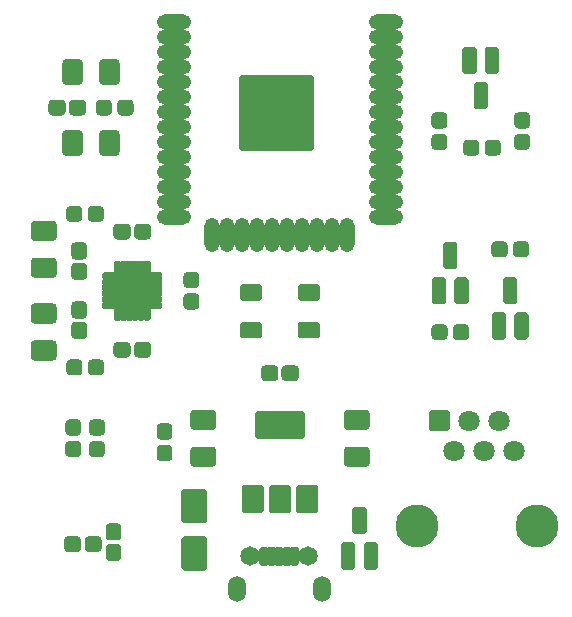
<source format=gbr>
%TF.GenerationSoftware,KiCad,Pcbnew,5.1.10-88a1d61d58~88~ubuntu20.10.1*%
%TF.CreationDate,2021-04-30T01:43:34+02:00*%
%TF.ProjectId,AidonBoard32,4169646f-6e42-46f6-9172-6433322e6b69,1*%
%TF.SameCoordinates,Original*%
%TF.FileFunction,Soldermask,Top*%
%TF.FilePolarity,Negative*%
%FSLAX46Y46*%
G04 Gerber Fmt 4.6, Leading zero omitted, Abs format (unit mm)*
G04 Created by KiCad (PCBNEW 5.1.10-88a1d61d58~88~ubuntu20.10.1) date 2021-04-30 01:43:34*
%MOMM*%
%LPD*%
G01*
G04 APERTURE LIST*
%ADD10C,3.650000*%
%ADD11C,1.798000*%
%ADD12O,2.900000X1.300000*%
%ADD13O,1.300000X2.900000*%
%ADD14O,1.500000X2.200000*%
%ADD15C,1.650000*%
G04 APERTURE END LIST*
%TO.C,R12*%
G36*
G01*
X116162500Y-50225000D02*
X116837500Y-50225000D01*
G75*
G02*
X117175000Y-50562500I0J-337500D01*
G01*
X117175000Y-51262500D01*
G75*
G02*
X116837500Y-51600000I-337500J0D01*
G01*
X116162500Y-51600000D01*
G75*
G02*
X115825000Y-51262500I0J337500D01*
G01*
X115825000Y-50562500D01*
G75*
G02*
X116162500Y-50225000I337500J0D01*
G01*
G37*
G36*
G01*
X116162500Y-48400000D02*
X116837500Y-48400000D01*
G75*
G02*
X117175000Y-48737500I0J-337500D01*
G01*
X117175000Y-49437500D01*
G75*
G02*
X116837500Y-49775000I-337500J0D01*
G01*
X116162500Y-49775000D01*
G75*
G02*
X115825000Y-49437500I0J337500D01*
G01*
X115825000Y-48737500D01*
G75*
G02*
X116162500Y-48400000I337500J0D01*
G01*
G37*
%TD*%
%TO.C,D6*%
G36*
G01*
X99600000Y-64150000D02*
X99600000Y-63150000D01*
G75*
G02*
X99800000Y-62950000I200000J0D01*
G01*
X101300000Y-62950000D01*
G75*
G02*
X101500000Y-63150000I0J-200000D01*
G01*
X101500000Y-64150000D01*
G75*
G02*
X101300000Y-64350000I-200000J0D01*
G01*
X99800000Y-64350000D01*
G75*
G02*
X99600000Y-64150000I0J200000D01*
G01*
G37*
G36*
G01*
X99600000Y-67350000D02*
X99600000Y-66350000D01*
G75*
G02*
X99800000Y-66150000I200000J0D01*
G01*
X101300000Y-66150000D01*
G75*
G02*
X101500000Y-66350000I0J-200000D01*
G01*
X101500000Y-67350000D01*
G75*
G02*
X101300000Y-67550000I-200000J0D01*
G01*
X99800000Y-67550000D01*
G75*
G02*
X99600000Y-67350000I0J200000D01*
G01*
G37*
G36*
G01*
X104500000Y-64150000D02*
X104500000Y-63150000D01*
G75*
G02*
X104700000Y-62950000I200000J0D01*
G01*
X106200000Y-62950000D01*
G75*
G02*
X106400000Y-63150000I0J-200000D01*
G01*
X106400000Y-64150000D01*
G75*
G02*
X106200000Y-64350000I-200000J0D01*
G01*
X104700000Y-64350000D01*
G75*
G02*
X104500000Y-64150000I0J200000D01*
G01*
G37*
G36*
G01*
X104500000Y-67350000D02*
X104500000Y-66350000D01*
G75*
G02*
X104700000Y-66150000I200000J0D01*
G01*
X106200000Y-66150000D01*
G75*
G02*
X106400000Y-66350000I0J-200000D01*
G01*
X106400000Y-67350000D01*
G75*
G02*
X106200000Y-67550000I-200000J0D01*
G01*
X104700000Y-67550000D01*
G75*
G02*
X104500000Y-67350000I0J200000D01*
G01*
G37*
%TD*%
%TO.C,D5*%
G36*
G01*
X88567100Y-84944800D02*
X89242100Y-84944800D01*
G75*
G02*
X89579600Y-85282300I0J-337500D01*
G01*
X89579600Y-86057300D01*
G75*
G02*
X89242100Y-86394800I-337500J0D01*
G01*
X88567100Y-86394800D01*
G75*
G02*
X88229600Y-86057300I0J337500D01*
G01*
X88229600Y-85282300D01*
G75*
G02*
X88567100Y-84944800I337500J0D01*
G01*
G37*
G36*
G01*
X88567100Y-83194800D02*
X89242100Y-83194800D01*
G75*
G02*
X89579600Y-83532300I0J-337500D01*
G01*
X89579600Y-84307300D01*
G75*
G02*
X89242100Y-84644800I-337500J0D01*
G01*
X88567100Y-84644800D01*
G75*
G02*
X88229600Y-84307300I0J337500D01*
G01*
X88229600Y-83532300D01*
G75*
G02*
X88567100Y-83194800I337500J0D01*
G01*
G37*
%TD*%
%TO.C,Q3*%
G36*
G01*
X117820000Y-61670000D02*
X117020000Y-61670000D01*
G75*
G02*
X116820000Y-61470000I0J200000D01*
G01*
X116820000Y-59570000D01*
G75*
G02*
X117020000Y-59370000I200000J0D01*
G01*
X117820000Y-59370000D01*
G75*
G02*
X118020000Y-59570000I0J-200000D01*
G01*
X118020000Y-61470000D01*
G75*
G02*
X117820000Y-61670000I-200000J0D01*
G01*
G37*
G36*
G01*
X118770000Y-64670000D02*
X117970000Y-64670000D01*
G75*
G02*
X117770000Y-64470000I0J200000D01*
G01*
X117770000Y-62570000D01*
G75*
G02*
X117970000Y-62370000I200000J0D01*
G01*
X118770000Y-62370000D01*
G75*
G02*
X118970000Y-62570000I0J-200000D01*
G01*
X118970000Y-64470000D01*
G75*
G02*
X118770000Y-64670000I-200000J0D01*
G01*
G37*
G36*
G01*
X116870000Y-64670000D02*
X116070000Y-64670000D01*
G75*
G02*
X115870000Y-64470000I0J200000D01*
G01*
X115870000Y-62570000D01*
G75*
G02*
X116070000Y-62370000I200000J0D01*
G01*
X116870000Y-62370000D01*
G75*
G02*
X117070000Y-62570000I0J-200000D01*
G01*
X117070000Y-64470000D01*
G75*
G02*
X116870000Y-64670000I-200000J0D01*
G01*
G37*
%TD*%
%TO.C,R11*%
G36*
G01*
X123162500Y-50225000D02*
X123837500Y-50225000D01*
G75*
G02*
X124175000Y-50562500I0J-337500D01*
G01*
X124175000Y-51262500D01*
G75*
G02*
X123837500Y-51600000I-337500J0D01*
G01*
X123162500Y-51600000D01*
G75*
G02*
X122825000Y-51262500I0J337500D01*
G01*
X122825000Y-50562500D01*
G75*
G02*
X123162500Y-50225000I337500J0D01*
G01*
G37*
G36*
G01*
X123162500Y-48400000D02*
X123837500Y-48400000D01*
G75*
G02*
X124175000Y-48737500I0J-337500D01*
G01*
X124175000Y-49437500D01*
G75*
G02*
X123837500Y-49775000I-337500J0D01*
G01*
X123162500Y-49775000D01*
G75*
G02*
X122825000Y-49437500I0J337500D01*
G01*
X122825000Y-48737500D01*
G75*
G02*
X123162500Y-48400000I337500J0D01*
G01*
G37*
%TD*%
%TO.C,R10*%
G36*
G01*
X120325000Y-51737500D02*
X120325000Y-51062500D01*
G75*
G02*
X120662500Y-50725000I337500J0D01*
G01*
X121362500Y-50725000D01*
G75*
G02*
X121700000Y-51062500I0J-337500D01*
G01*
X121700000Y-51737500D01*
G75*
G02*
X121362500Y-52075000I-337500J0D01*
G01*
X120662500Y-52075000D01*
G75*
G02*
X120325000Y-51737500I0J337500D01*
G01*
G37*
G36*
G01*
X118500000Y-51737500D02*
X118500000Y-51062500D01*
G75*
G02*
X118837500Y-50725000I337500J0D01*
G01*
X119537500Y-50725000D01*
G75*
G02*
X119875000Y-51062500I0J-337500D01*
G01*
X119875000Y-51737500D01*
G75*
G02*
X119537500Y-52075000I-337500J0D01*
G01*
X118837500Y-52075000D01*
G75*
G02*
X118500000Y-51737500I0J337500D01*
G01*
G37*
%TD*%
%TO.C,R9*%
G36*
G01*
X87162500Y-76225000D02*
X87837500Y-76225000D01*
G75*
G02*
X88175000Y-76562500I0J-337500D01*
G01*
X88175000Y-77262500D01*
G75*
G02*
X87837500Y-77600000I-337500J0D01*
G01*
X87162500Y-77600000D01*
G75*
G02*
X86825000Y-77262500I0J337500D01*
G01*
X86825000Y-76562500D01*
G75*
G02*
X87162500Y-76225000I337500J0D01*
G01*
G37*
G36*
G01*
X87162500Y-74400000D02*
X87837500Y-74400000D01*
G75*
G02*
X88175000Y-74737500I0J-337500D01*
G01*
X88175000Y-75437500D01*
G75*
G02*
X87837500Y-75775000I-337500J0D01*
G01*
X87162500Y-75775000D01*
G75*
G02*
X86825000Y-75437500I0J337500D01*
G01*
X86825000Y-74737500D01*
G75*
G02*
X87162500Y-74400000I337500J0D01*
G01*
G37*
%TD*%
%TO.C,R8*%
G36*
G01*
X85162500Y-76225000D02*
X85837500Y-76225000D01*
G75*
G02*
X86175000Y-76562500I0J-337500D01*
G01*
X86175000Y-77262500D01*
G75*
G02*
X85837500Y-77600000I-337500J0D01*
G01*
X85162500Y-77600000D01*
G75*
G02*
X84825000Y-77262500I0J337500D01*
G01*
X84825000Y-76562500D01*
G75*
G02*
X85162500Y-76225000I337500J0D01*
G01*
G37*
G36*
G01*
X85162500Y-74400000D02*
X85837500Y-74400000D01*
G75*
G02*
X86175000Y-74737500I0J-337500D01*
G01*
X86175000Y-75437500D01*
G75*
G02*
X85837500Y-75775000I-337500J0D01*
G01*
X85162500Y-75775000D01*
G75*
G02*
X84825000Y-75437500I0J337500D01*
G01*
X84825000Y-74737500D01*
G75*
G02*
X85162500Y-74400000I337500J0D01*
G01*
G37*
%TD*%
%TO.C,R7*%
G36*
G01*
X86275000Y-69662500D02*
X86275000Y-70337500D01*
G75*
G02*
X85937500Y-70675000I-337500J0D01*
G01*
X85237500Y-70675000D01*
G75*
G02*
X84900000Y-70337500I0J337500D01*
G01*
X84900000Y-69662500D01*
G75*
G02*
X85237500Y-69325000I337500J0D01*
G01*
X85937500Y-69325000D01*
G75*
G02*
X86275000Y-69662500I0J-337500D01*
G01*
G37*
G36*
G01*
X88100000Y-69662500D02*
X88100000Y-70337500D01*
G75*
G02*
X87762500Y-70675000I-337500J0D01*
G01*
X87062500Y-70675000D01*
G75*
G02*
X86725000Y-70337500I0J337500D01*
G01*
X86725000Y-69662500D01*
G75*
G02*
X87062500Y-69325000I337500J0D01*
G01*
X87762500Y-69325000D01*
G75*
G02*
X88100000Y-69662500I0J-337500D01*
G01*
G37*
%TD*%
%TO.C,R6*%
G36*
G01*
X86275000Y-56662500D02*
X86275000Y-57337500D01*
G75*
G02*
X85937500Y-57675000I-337500J0D01*
G01*
X85237500Y-57675000D01*
G75*
G02*
X84900000Y-57337500I0J337500D01*
G01*
X84900000Y-56662500D01*
G75*
G02*
X85237500Y-56325000I337500J0D01*
G01*
X85937500Y-56325000D01*
G75*
G02*
X86275000Y-56662500I0J-337500D01*
G01*
G37*
G36*
G01*
X88100000Y-56662500D02*
X88100000Y-57337500D01*
G75*
G02*
X87762500Y-57675000I-337500J0D01*
G01*
X87062500Y-57675000D01*
G75*
G02*
X86725000Y-57337500I0J337500D01*
G01*
X86725000Y-56662500D01*
G75*
G02*
X87062500Y-56325000I337500J0D01*
G01*
X87762500Y-56325000D01*
G75*
G02*
X88100000Y-56662500I0J-337500D01*
G01*
G37*
%TD*%
%TO.C,R5*%
G36*
G01*
X117645000Y-67357500D02*
X117645000Y-66682500D01*
G75*
G02*
X117982500Y-66345000I337500J0D01*
G01*
X118682500Y-66345000D01*
G75*
G02*
X119020000Y-66682500I0J-337500D01*
G01*
X119020000Y-67357500D01*
G75*
G02*
X118682500Y-67695000I-337500J0D01*
G01*
X117982500Y-67695000D01*
G75*
G02*
X117645000Y-67357500I0J337500D01*
G01*
G37*
G36*
G01*
X115820000Y-67357500D02*
X115820000Y-66682500D01*
G75*
G02*
X116157500Y-66345000I337500J0D01*
G01*
X116857500Y-66345000D01*
G75*
G02*
X117195000Y-66682500I0J-337500D01*
G01*
X117195000Y-67357500D01*
G75*
G02*
X116857500Y-67695000I-337500J0D01*
G01*
X116157500Y-67695000D01*
G75*
G02*
X115820000Y-67357500I0J337500D01*
G01*
G37*
%TD*%
%TO.C,R4*%
G36*
G01*
X122725000Y-60337500D02*
X122725000Y-59662500D01*
G75*
G02*
X123062500Y-59325000I337500J0D01*
G01*
X123762500Y-59325000D01*
G75*
G02*
X124100000Y-59662500I0J-337500D01*
G01*
X124100000Y-60337500D01*
G75*
G02*
X123762500Y-60675000I-337500J0D01*
G01*
X123062500Y-60675000D01*
G75*
G02*
X122725000Y-60337500I0J337500D01*
G01*
G37*
G36*
G01*
X120900000Y-60337500D02*
X120900000Y-59662500D01*
G75*
G02*
X121237500Y-59325000I337500J0D01*
G01*
X121937500Y-59325000D01*
G75*
G02*
X122275000Y-59662500I0J-337500D01*
G01*
X122275000Y-60337500D01*
G75*
G02*
X121937500Y-60675000I-337500J0D01*
G01*
X121237500Y-60675000D01*
G75*
G02*
X120900000Y-60337500I0J337500D01*
G01*
G37*
%TD*%
%TO.C,R3*%
G36*
G01*
X89225000Y-48337500D02*
X89225000Y-47662500D01*
G75*
G02*
X89562500Y-47325000I337500J0D01*
G01*
X90262500Y-47325000D01*
G75*
G02*
X90600000Y-47662500I0J-337500D01*
G01*
X90600000Y-48337500D01*
G75*
G02*
X90262500Y-48675000I-337500J0D01*
G01*
X89562500Y-48675000D01*
G75*
G02*
X89225000Y-48337500I0J337500D01*
G01*
G37*
G36*
G01*
X87400000Y-48337500D02*
X87400000Y-47662500D01*
G75*
G02*
X87737500Y-47325000I337500J0D01*
G01*
X88437500Y-47325000D01*
G75*
G02*
X88775000Y-47662500I0J-337500D01*
G01*
X88775000Y-48337500D01*
G75*
G02*
X88437500Y-48675000I-337500J0D01*
G01*
X87737500Y-48675000D01*
G75*
G02*
X87400000Y-48337500I0J337500D01*
G01*
G37*
%TD*%
%TO.C,R2*%
G36*
G01*
X95837500Y-63275000D02*
X95162500Y-63275000D01*
G75*
G02*
X94825000Y-62937500I0J337500D01*
G01*
X94825000Y-62237500D01*
G75*
G02*
X95162500Y-61900000I337500J0D01*
G01*
X95837500Y-61900000D01*
G75*
G02*
X96175000Y-62237500I0J-337500D01*
G01*
X96175000Y-62937500D01*
G75*
G02*
X95837500Y-63275000I-337500J0D01*
G01*
G37*
G36*
G01*
X95837500Y-65100000D02*
X95162500Y-65100000D01*
G75*
G02*
X94825000Y-64762500I0J337500D01*
G01*
X94825000Y-64062500D01*
G75*
G02*
X95162500Y-63725000I337500J0D01*
G01*
X95837500Y-63725000D01*
G75*
G02*
X96175000Y-64062500I0J-337500D01*
G01*
X96175000Y-64762500D01*
G75*
G02*
X95837500Y-65100000I-337500J0D01*
G01*
G37*
%TD*%
%TO.C,R1*%
G36*
G01*
X93561500Y-76113000D02*
X92886500Y-76113000D01*
G75*
G02*
X92549000Y-75775500I0J337500D01*
G01*
X92549000Y-75075500D01*
G75*
G02*
X92886500Y-74738000I337500J0D01*
G01*
X93561500Y-74738000D01*
G75*
G02*
X93899000Y-75075500I0J-337500D01*
G01*
X93899000Y-75775500D01*
G75*
G02*
X93561500Y-76113000I-337500J0D01*
G01*
G37*
G36*
G01*
X93561500Y-77938000D02*
X92886500Y-77938000D01*
G75*
G02*
X92549000Y-77600500I0J337500D01*
G01*
X92549000Y-76900500D01*
G75*
G02*
X92886500Y-76563000I337500J0D01*
G01*
X93561500Y-76563000D01*
G75*
G02*
X93899000Y-76900500I0J-337500D01*
G01*
X93899000Y-77600500D01*
G75*
G02*
X93561500Y-77938000I-337500J0D01*
G01*
G37*
%TD*%
%TO.C,Q4*%
G36*
G01*
X119600000Y-45850000D02*
X120400000Y-45850000D01*
G75*
G02*
X120600000Y-46050000I0J-200000D01*
G01*
X120600000Y-47950000D01*
G75*
G02*
X120400000Y-48150000I-200000J0D01*
G01*
X119600000Y-48150000D01*
G75*
G02*
X119400000Y-47950000I0J200000D01*
G01*
X119400000Y-46050000D01*
G75*
G02*
X119600000Y-45850000I200000J0D01*
G01*
G37*
G36*
G01*
X118650000Y-42850000D02*
X119450000Y-42850000D01*
G75*
G02*
X119650000Y-43050000I0J-200000D01*
G01*
X119650000Y-44950000D01*
G75*
G02*
X119450000Y-45150000I-200000J0D01*
G01*
X118650000Y-45150000D01*
G75*
G02*
X118450000Y-44950000I0J200000D01*
G01*
X118450000Y-43050000D01*
G75*
G02*
X118650000Y-42850000I200000J0D01*
G01*
G37*
G36*
G01*
X120550000Y-42850000D02*
X121350000Y-42850000D01*
G75*
G02*
X121550000Y-43050000I0J-200000D01*
G01*
X121550000Y-44950000D01*
G75*
G02*
X121350000Y-45150000I-200000J0D01*
G01*
X120550000Y-45150000D01*
G75*
G02*
X120350000Y-44950000I0J200000D01*
G01*
X120350000Y-43050000D01*
G75*
G02*
X120550000Y-42850000I200000J0D01*
G01*
G37*
%TD*%
D10*
%TO.C,J1*%
X124750000Y-83390000D03*
X114590000Y-83390000D03*
D11*
X122850000Y-77040000D03*
X121580000Y-74500000D03*
X120310000Y-77040000D03*
X119040000Y-74500000D03*
X117770000Y-77040000D03*
G36*
G01*
X115601000Y-75199000D02*
X115601000Y-73801000D01*
G75*
G02*
X115801000Y-73601000I200000J0D01*
G01*
X117199000Y-73601000D01*
G75*
G02*
X117399000Y-73801000I0J-200000D01*
G01*
X117399000Y-75199000D01*
G75*
G02*
X117199000Y-75399000I-200000J0D01*
G01*
X115801000Y-75399000D01*
G75*
G02*
X115601000Y-75199000I0J200000D01*
G01*
G37*
%TD*%
%TO.C,D4*%
G36*
G01*
X86462000Y-85300200D02*
X86462000Y-84625200D01*
G75*
G02*
X86799500Y-84287700I337500J0D01*
G01*
X87574500Y-84287700D01*
G75*
G02*
X87912000Y-84625200I0J-337500D01*
G01*
X87912000Y-85300200D01*
G75*
G02*
X87574500Y-85637700I-337500J0D01*
G01*
X86799500Y-85637700D01*
G75*
G02*
X86462000Y-85300200I0J337500D01*
G01*
G37*
G36*
G01*
X84712000Y-85300200D02*
X84712000Y-84625200D01*
G75*
G02*
X85049500Y-84287700I337500J0D01*
G01*
X85824500Y-84287700D01*
G75*
G02*
X86162000Y-84625200I0J-337500D01*
G01*
X86162000Y-85300200D01*
G75*
G02*
X85824500Y-85637700I-337500J0D01*
G01*
X85049500Y-85637700D01*
G75*
G02*
X84712000Y-85300200I0J337500D01*
G01*
G37*
%TD*%
%TO.C,D3*%
G36*
G01*
X90350000Y-68162500D02*
X90350000Y-68837500D01*
G75*
G02*
X90012500Y-69175000I-337500J0D01*
G01*
X89237500Y-69175000D01*
G75*
G02*
X88900000Y-68837500I0J337500D01*
G01*
X88900000Y-68162500D01*
G75*
G02*
X89237500Y-67825000I337500J0D01*
G01*
X90012500Y-67825000D01*
G75*
G02*
X90350000Y-68162500I0J-337500D01*
G01*
G37*
G36*
G01*
X92100000Y-68162500D02*
X92100000Y-68837500D01*
G75*
G02*
X91762500Y-69175000I-337500J0D01*
G01*
X90987500Y-69175000D01*
G75*
G02*
X90650000Y-68837500I0J337500D01*
G01*
X90650000Y-68162500D01*
G75*
G02*
X90987500Y-67825000I337500J0D01*
G01*
X91762500Y-67825000D01*
G75*
G02*
X92100000Y-68162500I0J-337500D01*
G01*
G37*
%TD*%
%TO.C,D2*%
G36*
G01*
X90350000Y-58162500D02*
X90350000Y-58837500D01*
G75*
G02*
X90012500Y-59175000I-337500J0D01*
G01*
X89237500Y-59175000D01*
G75*
G02*
X88900000Y-58837500I0J337500D01*
G01*
X88900000Y-58162500D01*
G75*
G02*
X89237500Y-57825000I337500J0D01*
G01*
X90012500Y-57825000D01*
G75*
G02*
X90350000Y-58162500I0J-337500D01*
G01*
G37*
G36*
G01*
X92100000Y-58162500D02*
X92100000Y-58837500D01*
G75*
G02*
X91762500Y-59175000I-337500J0D01*
G01*
X90987500Y-59175000D01*
G75*
G02*
X90650000Y-58837500I0J337500D01*
G01*
X90650000Y-58162500D01*
G75*
G02*
X90987500Y-57825000I337500J0D01*
G01*
X91762500Y-57825000D01*
G75*
G02*
X92100000Y-58162500I0J-337500D01*
G01*
G37*
%TD*%
%TO.C,D1*%
G36*
G01*
X94850000Y-84300000D02*
X96650000Y-84300000D01*
G75*
G02*
X96850000Y-84500000I0J-200000D01*
G01*
X96850000Y-87000000D01*
G75*
G02*
X96650000Y-87200000I-200000J0D01*
G01*
X94850000Y-87200000D01*
G75*
G02*
X94650000Y-87000000I0J200000D01*
G01*
X94650000Y-84500000D01*
G75*
G02*
X94850000Y-84300000I200000J0D01*
G01*
G37*
G36*
G01*
X94850000Y-80300000D02*
X96650000Y-80300000D01*
G75*
G02*
X96850000Y-80500000I0J-200000D01*
G01*
X96850000Y-83000000D01*
G75*
G02*
X96650000Y-83200000I-200000J0D01*
G01*
X94850000Y-83200000D01*
G75*
G02*
X94650000Y-83000000I0J200000D01*
G01*
X94650000Y-80500000D01*
G75*
G02*
X94850000Y-80300000I200000J0D01*
G01*
G37*
%TD*%
%TO.C,C10*%
G36*
G01*
X102875000Y-70162500D02*
X102875000Y-70837500D01*
G75*
G02*
X102537500Y-71175000I-337500J0D01*
G01*
X101737500Y-71175000D01*
G75*
G02*
X101400000Y-70837500I0J337500D01*
G01*
X101400000Y-70162500D01*
G75*
G02*
X101737500Y-69825000I337500J0D01*
G01*
X102537500Y-69825000D01*
G75*
G02*
X102875000Y-70162500I0J-337500D01*
G01*
G37*
G36*
G01*
X104600000Y-70162500D02*
X104600000Y-70837500D01*
G75*
G02*
X104262500Y-71175000I-337500J0D01*
G01*
X103462500Y-71175000D01*
G75*
G02*
X103125000Y-70837500I0J337500D01*
G01*
X103125000Y-70162500D01*
G75*
G02*
X103462500Y-69825000I337500J0D01*
G01*
X104262500Y-69825000D01*
G75*
G02*
X104600000Y-70162500I0J-337500D01*
G01*
G37*
%TD*%
%TO.C,C8*%
G36*
G01*
X84875000Y-47662500D02*
X84875000Y-48337500D01*
G75*
G02*
X84537500Y-48675000I-337500J0D01*
G01*
X83737500Y-48675000D01*
G75*
G02*
X83400000Y-48337500I0J337500D01*
G01*
X83400000Y-47662500D01*
G75*
G02*
X83737500Y-47325000I337500J0D01*
G01*
X84537500Y-47325000D01*
G75*
G02*
X84875000Y-47662500I0J-337500D01*
G01*
G37*
G36*
G01*
X86600000Y-47662500D02*
X86600000Y-48337500D01*
G75*
G02*
X86262500Y-48675000I-337500J0D01*
G01*
X85462500Y-48675000D01*
G75*
G02*
X85125000Y-48337500I0J337500D01*
G01*
X85125000Y-47662500D01*
G75*
G02*
X85462500Y-47325000I337500J0D01*
G01*
X86262500Y-47325000D01*
G75*
G02*
X86600000Y-47662500I0J-337500D01*
G01*
G37*
%TD*%
%TO.C,C6*%
G36*
G01*
X86337500Y-65875000D02*
X85662500Y-65875000D01*
G75*
G02*
X85325000Y-65537500I0J337500D01*
G01*
X85325000Y-64737500D01*
G75*
G02*
X85662500Y-64400000I337500J0D01*
G01*
X86337500Y-64400000D01*
G75*
G02*
X86675000Y-64737500I0J-337500D01*
G01*
X86675000Y-65537500D01*
G75*
G02*
X86337500Y-65875000I-337500J0D01*
G01*
G37*
G36*
G01*
X86337500Y-67600000D02*
X85662500Y-67600000D01*
G75*
G02*
X85325000Y-67262500I0J337500D01*
G01*
X85325000Y-66462500D01*
G75*
G02*
X85662500Y-66125000I337500J0D01*
G01*
X86337500Y-66125000D01*
G75*
G02*
X86675000Y-66462500I0J-337500D01*
G01*
X86675000Y-67262500D01*
G75*
G02*
X86337500Y-67600000I-337500J0D01*
G01*
G37*
%TD*%
%TO.C,C4*%
G36*
G01*
X85662500Y-61125000D02*
X86337500Y-61125000D01*
G75*
G02*
X86675000Y-61462500I0J-337500D01*
G01*
X86675000Y-62262500D01*
G75*
G02*
X86337500Y-62600000I-337500J0D01*
G01*
X85662500Y-62600000D01*
G75*
G02*
X85325000Y-62262500I0J337500D01*
G01*
X85325000Y-61462500D01*
G75*
G02*
X85662500Y-61125000I337500J0D01*
G01*
G37*
G36*
G01*
X85662500Y-59400000D02*
X86337500Y-59400000D01*
G75*
G02*
X86675000Y-59737500I0J-337500D01*
G01*
X86675000Y-60537500D01*
G75*
G02*
X86337500Y-60875000I-337500J0D01*
G01*
X85662500Y-60875000D01*
G75*
G02*
X85325000Y-60537500I0J337500D01*
G01*
X85325000Y-59737500D01*
G75*
G02*
X85662500Y-59400000I337500J0D01*
G01*
G37*
%TD*%
%TO.C,U3*%
G36*
G01*
X105900000Y-45450000D02*
X105900000Y-51450000D01*
G75*
G02*
X105700000Y-51650000I-200000J0D01*
G01*
X99700000Y-51650000D01*
G75*
G02*
X99500000Y-51450000I0J200000D01*
G01*
X99500000Y-45450000D01*
G75*
G02*
X99700000Y-45250000I200000J0D01*
G01*
X105700000Y-45250000D01*
G75*
G02*
X105900000Y-45450000I0J-200000D01*
G01*
G37*
D12*
X94000000Y-40750000D03*
X94000000Y-42020000D03*
X94000000Y-43290000D03*
X94000000Y-44560000D03*
X94000000Y-45830000D03*
X94000000Y-47100000D03*
X94000000Y-48370000D03*
X94000000Y-49640000D03*
X94000000Y-50910000D03*
X94000000Y-52180000D03*
X94000000Y-53450000D03*
X94000000Y-54720000D03*
X94000000Y-55990000D03*
X94000000Y-57260000D03*
D13*
X97285000Y-58750000D03*
X98555000Y-58750000D03*
X99825000Y-58750000D03*
X101095000Y-58750000D03*
X102365000Y-58750000D03*
X103635000Y-58750000D03*
X104905000Y-58750000D03*
X106175000Y-58750000D03*
X107445000Y-58750000D03*
X108715000Y-58750000D03*
D12*
X112000000Y-57260000D03*
X112000000Y-55990000D03*
X112000000Y-54720000D03*
X112000000Y-53450000D03*
X112000000Y-52180000D03*
X112000000Y-50910000D03*
X112000000Y-49640000D03*
X112000000Y-48370000D03*
X112000000Y-47100000D03*
X112000000Y-45830000D03*
X112000000Y-44560000D03*
X112000000Y-43290000D03*
X112000000Y-42020000D03*
X112000000Y-40750000D03*
%TD*%
%TO.C,U2*%
G36*
G01*
X89000000Y-64800000D02*
X89000000Y-62200000D01*
G75*
G02*
X89200000Y-62000000I200000J0D01*
G01*
X91800000Y-62000000D01*
G75*
G02*
X92000000Y-62200000I0J-200000D01*
G01*
X92000000Y-64800000D01*
G75*
G02*
X91800000Y-65000000I-200000J0D01*
G01*
X89200000Y-65000000D01*
G75*
G02*
X89000000Y-64800000I0J200000D01*
G01*
G37*
G36*
G01*
X88925000Y-62012500D02*
X88925000Y-61112500D01*
G75*
G02*
X89087500Y-60950000I162500J0D01*
G01*
X89412500Y-60950000D01*
G75*
G02*
X89575000Y-61112500I0J-162500D01*
G01*
X89575000Y-62012500D01*
G75*
G02*
X89412500Y-62175000I-162500J0D01*
G01*
X89087500Y-62175000D01*
G75*
G02*
X88925000Y-62012500I0J162500D01*
G01*
G37*
G36*
G01*
X89425000Y-62012500D02*
X89425000Y-61112500D01*
G75*
G02*
X89587500Y-60950000I162500J0D01*
G01*
X89912500Y-60950000D01*
G75*
G02*
X90075000Y-61112500I0J-162500D01*
G01*
X90075000Y-62012500D01*
G75*
G02*
X89912500Y-62175000I-162500J0D01*
G01*
X89587500Y-62175000D01*
G75*
G02*
X89425000Y-62012500I0J162500D01*
G01*
G37*
G36*
G01*
X89925000Y-62012500D02*
X89925000Y-61112500D01*
G75*
G02*
X90087500Y-60950000I162500J0D01*
G01*
X90412500Y-60950000D01*
G75*
G02*
X90575000Y-61112500I0J-162500D01*
G01*
X90575000Y-62012500D01*
G75*
G02*
X90412500Y-62175000I-162500J0D01*
G01*
X90087500Y-62175000D01*
G75*
G02*
X89925000Y-62012500I0J162500D01*
G01*
G37*
G36*
G01*
X90425000Y-62012500D02*
X90425000Y-61112500D01*
G75*
G02*
X90587500Y-60950000I162500J0D01*
G01*
X90912500Y-60950000D01*
G75*
G02*
X91075000Y-61112500I0J-162500D01*
G01*
X91075000Y-62012500D01*
G75*
G02*
X90912500Y-62175000I-162500J0D01*
G01*
X90587500Y-62175000D01*
G75*
G02*
X90425000Y-62012500I0J162500D01*
G01*
G37*
G36*
G01*
X90925000Y-62012500D02*
X90925000Y-61112500D01*
G75*
G02*
X91087500Y-60950000I162500J0D01*
G01*
X91412500Y-60950000D01*
G75*
G02*
X91575000Y-61112500I0J-162500D01*
G01*
X91575000Y-62012500D01*
G75*
G02*
X91412500Y-62175000I-162500J0D01*
G01*
X91087500Y-62175000D01*
G75*
G02*
X90925000Y-62012500I0J162500D01*
G01*
G37*
G36*
G01*
X91425000Y-62012500D02*
X91425000Y-61112500D01*
G75*
G02*
X91587500Y-60950000I162500J0D01*
G01*
X91912500Y-60950000D01*
G75*
G02*
X92075000Y-61112500I0J-162500D01*
G01*
X92075000Y-62012500D01*
G75*
G02*
X91912500Y-62175000I-162500J0D01*
G01*
X91587500Y-62175000D01*
G75*
G02*
X91425000Y-62012500I0J162500D01*
G01*
G37*
G36*
G01*
X91825000Y-62412500D02*
X91825000Y-62087500D01*
G75*
G02*
X91987500Y-61925000I162500J0D01*
G01*
X92887500Y-61925000D01*
G75*
G02*
X93050000Y-62087500I0J-162500D01*
G01*
X93050000Y-62412500D01*
G75*
G02*
X92887500Y-62575000I-162500J0D01*
G01*
X91987500Y-62575000D01*
G75*
G02*
X91825000Y-62412500I0J162500D01*
G01*
G37*
G36*
G01*
X91825000Y-62912500D02*
X91825000Y-62587500D01*
G75*
G02*
X91987500Y-62425000I162500J0D01*
G01*
X92887500Y-62425000D01*
G75*
G02*
X93050000Y-62587500I0J-162500D01*
G01*
X93050000Y-62912500D01*
G75*
G02*
X92887500Y-63075000I-162500J0D01*
G01*
X91987500Y-63075000D01*
G75*
G02*
X91825000Y-62912500I0J162500D01*
G01*
G37*
G36*
G01*
X91825000Y-63412500D02*
X91825000Y-63087500D01*
G75*
G02*
X91987500Y-62925000I162500J0D01*
G01*
X92887500Y-62925000D01*
G75*
G02*
X93050000Y-63087500I0J-162500D01*
G01*
X93050000Y-63412500D01*
G75*
G02*
X92887500Y-63575000I-162500J0D01*
G01*
X91987500Y-63575000D01*
G75*
G02*
X91825000Y-63412500I0J162500D01*
G01*
G37*
G36*
G01*
X91825000Y-63912500D02*
X91825000Y-63587500D01*
G75*
G02*
X91987500Y-63425000I162500J0D01*
G01*
X92887500Y-63425000D01*
G75*
G02*
X93050000Y-63587500I0J-162500D01*
G01*
X93050000Y-63912500D01*
G75*
G02*
X92887500Y-64075000I-162500J0D01*
G01*
X91987500Y-64075000D01*
G75*
G02*
X91825000Y-63912500I0J162500D01*
G01*
G37*
G36*
G01*
X91825000Y-64412500D02*
X91825000Y-64087500D01*
G75*
G02*
X91987500Y-63925000I162500J0D01*
G01*
X92887500Y-63925000D01*
G75*
G02*
X93050000Y-64087500I0J-162500D01*
G01*
X93050000Y-64412500D01*
G75*
G02*
X92887500Y-64575000I-162500J0D01*
G01*
X91987500Y-64575000D01*
G75*
G02*
X91825000Y-64412500I0J162500D01*
G01*
G37*
G36*
G01*
X91825000Y-64912500D02*
X91825000Y-64587500D01*
G75*
G02*
X91987500Y-64425000I162500J0D01*
G01*
X92887500Y-64425000D01*
G75*
G02*
X93050000Y-64587500I0J-162500D01*
G01*
X93050000Y-64912500D01*
G75*
G02*
X92887500Y-65075000I-162500J0D01*
G01*
X91987500Y-65075000D01*
G75*
G02*
X91825000Y-64912500I0J162500D01*
G01*
G37*
G36*
G01*
X91425000Y-65887500D02*
X91425000Y-64987500D01*
G75*
G02*
X91587500Y-64825000I162500J0D01*
G01*
X91912500Y-64825000D01*
G75*
G02*
X92075000Y-64987500I0J-162500D01*
G01*
X92075000Y-65887500D01*
G75*
G02*
X91912500Y-66050000I-162500J0D01*
G01*
X91587500Y-66050000D01*
G75*
G02*
X91425000Y-65887500I0J162500D01*
G01*
G37*
G36*
G01*
X90925000Y-65887500D02*
X90925000Y-64987500D01*
G75*
G02*
X91087500Y-64825000I162500J0D01*
G01*
X91412500Y-64825000D01*
G75*
G02*
X91575000Y-64987500I0J-162500D01*
G01*
X91575000Y-65887500D01*
G75*
G02*
X91412500Y-66050000I-162500J0D01*
G01*
X91087500Y-66050000D01*
G75*
G02*
X90925000Y-65887500I0J162500D01*
G01*
G37*
G36*
G01*
X90425000Y-65887500D02*
X90425000Y-64987500D01*
G75*
G02*
X90587500Y-64825000I162500J0D01*
G01*
X90912500Y-64825000D01*
G75*
G02*
X91075000Y-64987500I0J-162500D01*
G01*
X91075000Y-65887500D01*
G75*
G02*
X90912500Y-66050000I-162500J0D01*
G01*
X90587500Y-66050000D01*
G75*
G02*
X90425000Y-65887500I0J162500D01*
G01*
G37*
G36*
G01*
X89925000Y-65887500D02*
X89925000Y-64987500D01*
G75*
G02*
X90087500Y-64825000I162500J0D01*
G01*
X90412500Y-64825000D01*
G75*
G02*
X90575000Y-64987500I0J-162500D01*
G01*
X90575000Y-65887500D01*
G75*
G02*
X90412500Y-66050000I-162500J0D01*
G01*
X90087500Y-66050000D01*
G75*
G02*
X89925000Y-65887500I0J162500D01*
G01*
G37*
G36*
G01*
X89425000Y-65887500D02*
X89425000Y-64987500D01*
G75*
G02*
X89587500Y-64825000I162500J0D01*
G01*
X89912500Y-64825000D01*
G75*
G02*
X90075000Y-64987500I0J-162500D01*
G01*
X90075000Y-65887500D01*
G75*
G02*
X89912500Y-66050000I-162500J0D01*
G01*
X89587500Y-66050000D01*
G75*
G02*
X89425000Y-65887500I0J162500D01*
G01*
G37*
G36*
G01*
X88925000Y-65887500D02*
X88925000Y-64987500D01*
G75*
G02*
X89087500Y-64825000I162500J0D01*
G01*
X89412500Y-64825000D01*
G75*
G02*
X89575000Y-64987500I0J-162500D01*
G01*
X89575000Y-65887500D01*
G75*
G02*
X89412500Y-66050000I-162500J0D01*
G01*
X89087500Y-66050000D01*
G75*
G02*
X88925000Y-65887500I0J162500D01*
G01*
G37*
G36*
G01*
X87950000Y-64912500D02*
X87950000Y-64587500D01*
G75*
G02*
X88112500Y-64425000I162500J0D01*
G01*
X89012500Y-64425000D01*
G75*
G02*
X89175000Y-64587500I0J-162500D01*
G01*
X89175000Y-64912500D01*
G75*
G02*
X89012500Y-65075000I-162500J0D01*
G01*
X88112500Y-65075000D01*
G75*
G02*
X87950000Y-64912500I0J162500D01*
G01*
G37*
G36*
G01*
X87950000Y-64412500D02*
X87950000Y-64087500D01*
G75*
G02*
X88112500Y-63925000I162500J0D01*
G01*
X89012500Y-63925000D01*
G75*
G02*
X89175000Y-64087500I0J-162500D01*
G01*
X89175000Y-64412500D01*
G75*
G02*
X89012500Y-64575000I-162500J0D01*
G01*
X88112500Y-64575000D01*
G75*
G02*
X87950000Y-64412500I0J162500D01*
G01*
G37*
G36*
G01*
X87950000Y-63912500D02*
X87950000Y-63587500D01*
G75*
G02*
X88112500Y-63425000I162500J0D01*
G01*
X89012500Y-63425000D01*
G75*
G02*
X89175000Y-63587500I0J-162500D01*
G01*
X89175000Y-63912500D01*
G75*
G02*
X89012500Y-64075000I-162500J0D01*
G01*
X88112500Y-64075000D01*
G75*
G02*
X87950000Y-63912500I0J162500D01*
G01*
G37*
G36*
G01*
X87950000Y-63412500D02*
X87950000Y-63087500D01*
G75*
G02*
X88112500Y-62925000I162500J0D01*
G01*
X89012500Y-62925000D01*
G75*
G02*
X89175000Y-63087500I0J-162500D01*
G01*
X89175000Y-63412500D01*
G75*
G02*
X89012500Y-63575000I-162500J0D01*
G01*
X88112500Y-63575000D01*
G75*
G02*
X87950000Y-63412500I0J162500D01*
G01*
G37*
G36*
G01*
X87950000Y-62912500D02*
X87950000Y-62587500D01*
G75*
G02*
X88112500Y-62425000I162500J0D01*
G01*
X89012500Y-62425000D01*
G75*
G02*
X89175000Y-62587500I0J-162500D01*
G01*
X89175000Y-62912500D01*
G75*
G02*
X89012500Y-63075000I-162500J0D01*
G01*
X88112500Y-63075000D01*
G75*
G02*
X87950000Y-62912500I0J162500D01*
G01*
G37*
G36*
G01*
X87950000Y-62412500D02*
X87950000Y-62087500D01*
G75*
G02*
X88112500Y-61925000I162500J0D01*
G01*
X89012500Y-61925000D01*
G75*
G02*
X89175000Y-62087500I0J-162500D01*
G01*
X89175000Y-62412500D01*
G75*
G02*
X89012500Y-62575000I-162500J0D01*
G01*
X88112500Y-62575000D01*
G75*
G02*
X87950000Y-62412500I0J162500D01*
G01*
G37*
%TD*%
%TO.C,U1*%
G36*
G01*
X101450000Y-82350000D02*
X99950000Y-82350000D01*
G75*
G02*
X99750000Y-82150000I0J200000D01*
G01*
X99750000Y-80150000D01*
G75*
G02*
X99950000Y-79950000I200000J0D01*
G01*
X101450000Y-79950000D01*
G75*
G02*
X101650000Y-80150000I0J-200000D01*
G01*
X101650000Y-82150000D01*
G75*
G02*
X101450000Y-82350000I-200000J0D01*
G01*
G37*
G36*
G01*
X106050000Y-82350000D02*
X104550000Y-82350000D01*
G75*
G02*
X104350000Y-82150000I0J200000D01*
G01*
X104350000Y-80150000D01*
G75*
G02*
X104550000Y-79950000I200000J0D01*
G01*
X106050000Y-79950000D01*
G75*
G02*
X106250000Y-80150000I0J-200000D01*
G01*
X106250000Y-82150000D01*
G75*
G02*
X106050000Y-82350000I-200000J0D01*
G01*
G37*
G36*
G01*
X103750000Y-82350000D02*
X102250000Y-82350000D01*
G75*
G02*
X102050000Y-82150000I0J200000D01*
G01*
X102050000Y-80150000D01*
G75*
G02*
X102250000Y-79950000I200000J0D01*
G01*
X103750000Y-79950000D01*
G75*
G02*
X103950000Y-80150000I0J-200000D01*
G01*
X103950000Y-82150000D01*
G75*
G02*
X103750000Y-82350000I-200000J0D01*
G01*
G37*
G36*
G01*
X104900000Y-76050000D02*
X101100000Y-76050000D01*
G75*
G02*
X100900000Y-75850000I0J200000D01*
G01*
X100900000Y-73850000D01*
G75*
G02*
X101100000Y-73650000I200000J0D01*
G01*
X104900000Y-73650000D01*
G75*
G02*
X105100000Y-73850000I0J-200000D01*
G01*
X105100000Y-75850000D01*
G75*
G02*
X104900000Y-76050000I-200000J0D01*
G01*
G37*
%TD*%
%TO.C,Q2*%
G36*
G01*
X122900000Y-64650000D02*
X122100000Y-64650000D01*
G75*
G02*
X121900000Y-64450000I0J200000D01*
G01*
X121900000Y-62550000D01*
G75*
G02*
X122100000Y-62350000I200000J0D01*
G01*
X122900000Y-62350000D01*
G75*
G02*
X123100000Y-62550000I0J-200000D01*
G01*
X123100000Y-64450000D01*
G75*
G02*
X122900000Y-64650000I-200000J0D01*
G01*
G37*
G36*
G01*
X123850000Y-67650000D02*
X123050000Y-67650000D01*
G75*
G02*
X122850000Y-67450000I0J200000D01*
G01*
X122850000Y-65550000D01*
G75*
G02*
X123050000Y-65350000I200000J0D01*
G01*
X123850000Y-65350000D01*
G75*
G02*
X124050000Y-65550000I0J-200000D01*
G01*
X124050000Y-67450000D01*
G75*
G02*
X123850000Y-67650000I-200000J0D01*
G01*
G37*
G36*
G01*
X121950000Y-67650000D02*
X121150000Y-67650000D01*
G75*
G02*
X120950000Y-67450000I0J200000D01*
G01*
X120950000Y-65550000D01*
G75*
G02*
X121150000Y-65350000I200000J0D01*
G01*
X121950000Y-65350000D01*
G75*
G02*
X122150000Y-65550000I0J-200000D01*
G01*
X122150000Y-67450000D01*
G75*
G02*
X121950000Y-67650000I-200000J0D01*
G01*
G37*
%TD*%
%TO.C,Q1*%
G36*
G01*
X110134000Y-84116000D02*
X109334000Y-84116000D01*
G75*
G02*
X109134000Y-83916000I0J200000D01*
G01*
X109134000Y-82016000D01*
G75*
G02*
X109334000Y-81816000I200000J0D01*
G01*
X110134000Y-81816000D01*
G75*
G02*
X110334000Y-82016000I0J-200000D01*
G01*
X110334000Y-83916000D01*
G75*
G02*
X110134000Y-84116000I-200000J0D01*
G01*
G37*
G36*
G01*
X111084000Y-87116000D02*
X110284000Y-87116000D01*
G75*
G02*
X110084000Y-86916000I0J200000D01*
G01*
X110084000Y-85016000D01*
G75*
G02*
X110284000Y-84816000I200000J0D01*
G01*
X111084000Y-84816000D01*
G75*
G02*
X111284000Y-85016000I0J-200000D01*
G01*
X111284000Y-86916000D01*
G75*
G02*
X111084000Y-87116000I-200000J0D01*
G01*
G37*
G36*
G01*
X109184000Y-87116000D02*
X108384000Y-87116000D01*
G75*
G02*
X108184000Y-86916000I0J200000D01*
G01*
X108184000Y-85016000D01*
G75*
G02*
X108384000Y-84816000I200000J0D01*
G01*
X109184000Y-84816000D01*
G75*
G02*
X109384000Y-85016000I0J-200000D01*
G01*
X109384000Y-86916000D01*
G75*
G02*
X109184000Y-87116000I-200000J0D01*
G01*
G37*
%TD*%
%TO.C,C9*%
G36*
G01*
X86300000Y-50225467D02*
X86300000Y-51774533D01*
G75*
G02*
X85974533Y-52100000I-325467J0D01*
G01*
X84900467Y-52100000D01*
G75*
G02*
X84575000Y-51774533I0J325467D01*
G01*
X84575000Y-50225467D01*
G75*
G02*
X84900467Y-49900000I325467J0D01*
G01*
X85974533Y-49900000D01*
G75*
G02*
X86300000Y-50225467I0J-325467D01*
G01*
G37*
G36*
G01*
X89425000Y-50225467D02*
X89425000Y-51774533D01*
G75*
G02*
X89099533Y-52100000I-325467J0D01*
G01*
X88025467Y-52100000D01*
G75*
G02*
X87700000Y-51774533I0J325467D01*
G01*
X87700000Y-50225467D01*
G75*
G02*
X88025467Y-49900000I325467J0D01*
G01*
X89099533Y-49900000D01*
G75*
G02*
X89425000Y-50225467I0J-325467D01*
G01*
G37*
%TD*%
%TO.C,C7*%
G36*
G01*
X86300000Y-44225467D02*
X86300000Y-45774533D01*
G75*
G02*
X85974533Y-46100000I-325467J0D01*
G01*
X84900467Y-46100000D01*
G75*
G02*
X84575000Y-45774533I0J325467D01*
G01*
X84575000Y-44225467D01*
G75*
G02*
X84900467Y-43900000I325467J0D01*
G01*
X85974533Y-43900000D01*
G75*
G02*
X86300000Y-44225467I0J-325467D01*
G01*
G37*
G36*
G01*
X89425000Y-44225467D02*
X89425000Y-45774533D01*
G75*
G02*
X89099533Y-46100000I-325467J0D01*
G01*
X88025467Y-46100000D01*
G75*
G02*
X87700000Y-45774533I0J325467D01*
G01*
X87700000Y-44225467D01*
G75*
G02*
X88025467Y-43900000I325467J0D01*
G01*
X89099533Y-43900000D01*
G75*
G02*
X89425000Y-44225467I0J-325467D01*
G01*
G37*
%TD*%
%TO.C,C5*%
G36*
G01*
X83774533Y-66300000D02*
X82225467Y-66300000D01*
G75*
G02*
X81900000Y-65974533I0J325467D01*
G01*
X81900000Y-64900467D01*
G75*
G02*
X82225467Y-64575000I325467J0D01*
G01*
X83774533Y-64575000D01*
G75*
G02*
X84100000Y-64900467I0J-325467D01*
G01*
X84100000Y-65974533D01*
G75*
G02*
X83774533Y-66300000I-325467J0D01*
G01*
G37*
G36*
G01*
X83774533Y-69425000D02*
X82225467Y-69425000D01*
G75*
G02*
X81900000Y-69099533I0J325467D01*
G01*
X81900000Y-68025467D01*
G75*
G02*
X82225467Y-67700000I325467J0D01*
G01*
X83774533Y-67700000D01*
G75*
G02*
X84100000Y-68025467I0J-325467D01*
G01*
X84100000Y-69099533D01*
G75*
G02*
X83774533Y-69425000I-325467J0D01*
G01*
G37*
%TD*%
%TO.C,C3*%
G36*
G01*
X83774533Y-59300000D02*
X82225467Y-59300000D01*
G75*
G02*
X81900000Y-58974533I0J325467D01*
G01*
X81900000Y-57900467D01*
G75*
G02*
X82225467Y-57575000I325467J0D01*
G01*
X83774533Y-57575000D01*
G75*
G02*
X84100000Y-57900467I0J-325467D01*
G01*
X84100000Y-58974533D01*
G75*
G02*
X83774533Y-59300000I-325467J0D01*
G01*
G37*
G36*
G01*
X83774533Y-62425000D02*
X82225467Y-62425000D01*
G75*
G02*
X81900000Y-62099533I0J325467D01*
G01*
X81900000Y-61025467D01*
G75*
G02*
X82225467Y-60700000I325467J0D01*
G01*
X83774533Y-60700000D01*
G75*
G02*
X84100000Y-61025467I0J-325467D01*
G01*
X84100000Y-62099533D01*
G75*
G02*
X83774533Y-62425000I-325467J0D01*
G01*
G37*
%TD*%
%TO.C,C2*%
G36*
G01*
X110274533Y-75300000D02*
X108725467Y-75300000D01*
G75*
G02*
X108400000Y-74974533I0J325467D01*
G01*
X108400000Y-73900467D01*
G75*
G02*
X108725467Y-73575000I325467J0D01*
G01*
X110274533Y-73575000D01*
G75*
G02*
X110600000Y-73900467I0J-325467D01*
G01*
X110600000Y-74974533D01*
G75*
G02*
X110274533Y-75300000I-325467J0D01*
G01*
G37*
G36*
G01*
X110274533Y-78425000D02*
X108725467Y-78425000D01*
G75*
G02*
X108400000Y-78099533I0J325467D01*
G01*
X108400000Y-77025467D01*
G75*
G02*
X108725467Y-76700000I325467J0D01*
G01*
X110274533Y-76700000D01*
G75*
G02*
X110600000Y-77025467I0J-325467D01*
G01*
X110600000Y-78099533D01*
G75*
G02*
X110274533Y-78425000I-325467J0D01*
G01*
G37*
%TD*%
%TO.C,C1*%
G36*
G01*
X95725467Y-76700000D02*
X97274533Y-76700000D01*
G75*
G02*
X97600000Y-77025467I0J-325467D01*
G01*
X97600000Y-78099533D01*
G75*
G02*
X97274533Y-78425000I-325467J0D01*
G01*
X95725467Y-78425000D01*
G75*
G02*
X95400000Y-78099533I0J325467D01*
G01*
X95400000Y-77025467D01*
G75*
G02*
X95725467Y-76700000I325467J0D01*
G01*
G37*
G36*
G01*
X95725467Y-73575000D02*
X97274533Y-73575000D01*
G75*
G02*
X97600000Y-73900467I0J-325467D01*
G01*
X97600000Y-74974533D01*
G75*
G02*
X97274533Y-75300000I-325467J0D01*
G01*
X95725467Y-75300000D01*
G75*
G02*
X95400000Y-74974533I0J325467D01*
G01*
X95400000Y-73900467D01*
G75*
G02*
X95725467Y-73575000I325467J0D01*
G01*
G37*
%TD*%
D14*
%TO.C,M1*%
X99330000Y-88786600D03*
G36*
G01*
X101230000Y-86621600D02*
X101230000Y-85371600D01*
G75*
G02*
X101430000Y-85171600I200000J0D01*
G01*
X101830000Y-85171600D01*
G75*
G02*
X102030000Y-85371600I0J-200000D01*
G01*
X102030000Y-86621600D01*
G75*
G02*
X101830000Y-86821600I-200000J0D01*
G01*
X101430000Y-86821600D01*
G75*
G02*
X101230000Y-86621600I0J200000D01*
G01*
G37*
G36*
G01*
X101880000Y-86621600D02*
X101880000Y-85371600D01*
G75*
G02*
X102080000Y-85171600I200000J0D01*
G01*
X102480000Y-85171600D01*
G75*
G02*
X102680000Y-85371600I0J-200000D01*
G01*
X102680000Y-86621600D01*
G75*
G02*
X102480000Y-86821600I-200000J0D01*
G01*
X102080000Y-86821600D01*
G75*
G02*
X101880000Y-86621600I0J200000D01*
G01*
G37*
G36*
G01*
X103830000Y-86621600D02*
X103830000Y-85371600D01*
G75*
G02*
X104030000Y-85171600I200000J0D01*
G01*
X104430000Y-85171600D01*
G75*
G02*
X104630000Y-85371600I0J-200000D01*
G01*
X104630000Y-86621600D01*
G75*
G02*
X104430000Y-86821600I-200000J0D01*
G01*
X104030000Y-86821600D01*
G75*
G02*
X103830000Y-86621600I0J200000D01*
G01*
G37*
G36*
G01*
X103180000Y-86621600D02*
X103180000Y-85371600D01*
G75*
G02*
X103380000Y-85171600I200000J0D01*
G01*
X103780000Y-85171600D01*
G75*
G02*
X103980000Y-85371600I0J-200000D01*
G01*
X103980000Y-86621600D01*
G75*
G02*
X103780000Y-86821600I-200000J0D01*
G01*
X103380000Y-86821600D01*
G75*
G02*
X103180000Y-86621600I0J200000D01*
G01*
G37*
D15*
X100505000Y-85996600D03*
X105355000Y-85996600D03*
G36*
G01*
X102530000Y-86621600D02*
X102530000Y-85371600D01*
G75*
G02*
X102730000Y-85171600I200000J0D01*
G01*
X103130000Y-85171600D01*
G75*
G02*
X103330000Y-85371600I0J-200000D01*
G01*
X103330000Y-86621600D01*
G75*
G02*
X103130000Y-86821600I-200000J0D01*
G01*
X102730000Y-86821600D01*
G75*
G02*
X102530000Y-86621600I0J200000D01*
G01*
G37*
D14*
X106530000Y-88786600D03*
%TD*%
M02*

</source>
